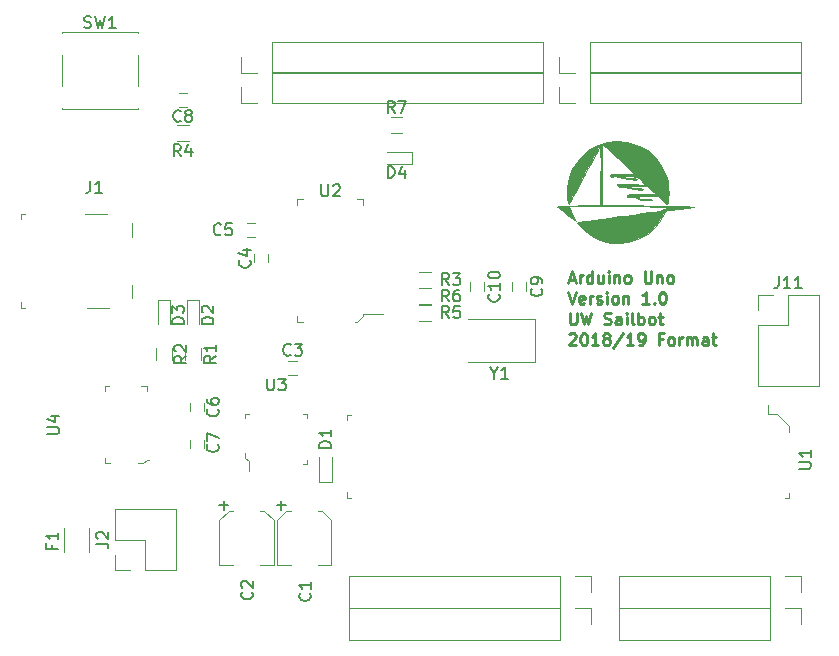
<source format=gbr>
G04 #@! TF.GenerationSoftware,KiCad,Pcbnew,(5.0.1)-4*
G04 #@! TF.CreationDate,2018-11-20T23:07:17-05:00*
G04 #@! TF.ProjectId,Custom Arduino,437573746F6D2041726475696E6F2E6B,rev?*
G04 #@! TF.SameCoordinates,Original*
G04 #@! TF.FileFunction,Legend,Top*
G04 #@! TF.FilePolarity,Positive*
%FSLAX46Y46*%
G04 Gerber Fmt 4.6, Leading zero omitted, Abs format (unit mm)*
G04 Created by KiCad (PCBNEW (5.0.1)-4) date 2018-11-20 11:07:17 PM*
%MOMM*%
%LPD*%
G01*
G04 APERTURE LIST*
%ADD10C,0.250000*%
%ADD11C,0.100000*%
%ADD12C,0.120000*%
%ADD13C,0.010000*%
%ADD14C,0.150000*%
G04 APERTURE END LIST*
D10*
X145227976Y-81616666D02*
X145704166Y-81616666D01*
X145132738Y-81902380D02*
X145466071Y-80902380D01*
X145799404Y-81902380D01*
X146132738Y-81902380D02*
X146132738Y-81235714D01*
X146132738Y-81426190D02*
X146180357Y-81330952D01*
X146227976Y-81283333D01*
X146323214Y-81235714D01*
X146418452Y-81235714D01*
X147180357Y-81902380D02*
X147180357Y-80902380D01*
X147180357Y-81854761D02*
X147085119Y-81902380D01*
X146894642Y-81902380D01*
X146799404Y-81854761D01*
X146751785Y-81807142D01*
X146704166Y-81711904D01*
X146704166Y-81426190D01*
X146751785Y-81330952D01*
X146799404Y-81283333D01*
X146894642Y-81235714D01*
X147085119Y-81235714D01*
X147180357Y-81283333D01*
X148085119Y-81235714D02*
X148085119Y-81902380D01*
X147656547Y-81235714D02*
X147656547Y-81759523D01*
X147704166Y-81854761D01*
X147799404Y-81902380D01*
X147942261Y-81902380D01*
X148037500Y-81854761D01*
X148085119Y-81807142D01*
X148561309Y-81902380D02*
X148561309Y-81235714D01*
X148561309Y-80902380D02*
X148513690Y-80950000D01*
X148561309Y-80997619D01*
X148608928Y-80950000D01*
X148561309Y-80902380D01*
X148561309Y-80997619D01*
X149037500Y-81235714D02*
X149037500Y-81902380D01*
X149037500Y-81330952D02*
X149085119Y-81283333D01*
X149180357Y-81235714D01*
X149323214Y-81235714D01*
X149418452Y-81283333D01*
X149466071Y-81378571D01*
X149466071Y-81902380D01*
X150085119Y-81902380D02*
X149989880Y-81854761D01*
X149942261Y-81807142D01*
X149894642Y-81711904D01*
X149894642Y-81426190D01*
X149942261Y-81330952D01*
X149989880Y-81283333D01*
X150085119Y-81235714D01*
X150227976Y-81235714D01*
X150323214Y-81283333D01*
X150370833Y-81330952D01*
X150418452Y-81426190D01*
X150418452Y-81711904D01*
X150370833Y-81807142D01*
X150323214Y-81854761D01*
X150227976Y-81902380D01*
X150085119Y-81902380D01*
X151608928Y-80902380D02*
X151608928Y-81711904D01*
X151656547Y-81807142D01*
X151704166Y-81854761D01*
X151799404Y-81902380D01*
X151989880Y-81902380D01*
X152085119Y-81854761D01*
X152132738Y-81807142D01*
X152180357Y-81711904D01*
X152180357Y-80902380D01*
X152656547Y-81235714D02*
X152656547Y-81902380D01*
X152656547Y-81330952D02*
X152704166Y-81283333D01*
X152799404Y-81235714D01*
X152942261Y-81235714D01*
X153037500Y-81283333D01*
X153085119Y-81378571D01*
X153085119Y-81902380D01*
X153704166Y-81902380D02*
X153608928Y-81854761D01*
X153561309Y-81807142D01*
X153513690Y-81711904D01*
X153513690Y-81426190D01*
X153561309Y-81330952D01*
X153608928Y-81283333D01*
X153704166Y-81235714D01*
X153847023Y-81235714D01*
X153942261Y-81283333D01*
X153989880Y-81330952D01*
X154037500Y-81426190D01*
X154037500Y-81711904D01*
X153989880Y-81807142D01*
X153942261Y-81854761D01*
X153847023Y-81902380D01*
X153704166Y-81902380D01*
X145132738Y-82652380D02*
X145466071Y-83652380D01*
X145799404Y-82652380D01*
X146513690Y-83604761D02*
X146418452Y-83652380D01*
X146227976Y-83652380D01*
X146132738Y-83604761D01*
X146085119Y-83509523D01*
X146085119Y-83128571D01*
X146132738Y-83033333D01*
X146227976Y-82985714D01*
X146418452Y-82985714D01*
X146513690Y-83033333D01*
X146561309Y-83128571D01*
X146561309Y-83223809D01*
X146085119Y-83319047D01*
X146989880Y-83652380D02*
X146989880Y-82985714D01*
X146989880Y-83176190D02*
X147037500Y-83080952D01*
X147085119Y-83033333D01*
X147180357Y-82985714D01*
X147275595Y-82985714D01*
X147561309Y-83604761D02*
X147656547Y-83652380D01*
X147847023Y-83652380D01*
X147942261Y-83604761D01*
X147989880Y-83509523D01*
X147989880Y-83461904D01*
X147942261Y-83366666D01*
X147847023Y-83319047D01*
X147704166Y-83319047D01*
X147608928Y-83271428D01*
X147561309Y-83176190D01*
X147561309Y-83128571D01*
X147608928Y-83033333D01*
X147704166Y-82985714D01*
X147847023Y-82985714D01*
X147942261Y-83033333D01*
X148418452Y-83652380D02*
X148418452Y-82985714D01*
X148418452Y-82652380D02*
X148370833Y-82700000D01*
X148418452Y-82747619D01*
X148466071Y-82700000D01*
X148418452Y-82652380D01*
X148418452Y-82747619D01*
X149037500Y-83652380D02*
X148942261Y-83604761D01*
X148894642Y-83557142D01*
X148847023Y-83461904D01*
X148847023Y-83176190D01*
X148894642Y-83080952D01*
X148942261Y-83033333D01*
X149037500Y-82985714D01*
X149180357Y-82985714D01*
X149275595Y-83033333D01*
X149323214Y-83080952D01*
X149370833Y-83176190D01*
X149370833Y-83461904D01*
X149323214Y-83557142D01*
X149275595Y-83604761D01*
X149180357Y-83652380D01*
X149037500Y-83652380D01*
X149799404Y-82985714D02*
X149799404Y-83652380D01*
X149799404Y-83080952D02*
X149847023Y-83033333D01*
X149942261Y-82985714D01*
X150085119Y-82985714D01*
X150180357Y-83033333D01*
X150227976Y-83128571D01*
X150227976Y-83652380D01*
X151989880Y-83652380D02*
X151418452Y-83652380D01*
X151704166Y-83652380D02*
X151704166Y-82652380D01*
X151608928Y-82795238D01*
X151513690Y-82890476D01*
X151418452Y-82938095D01*
X152418452Y-83557142D02*
X152466071Y-83604761D01*
X152418452Y-83652380D01*
X152370833Y-83604761D01*
X152418452Y-83557142D01*
X152418452Y-83652380D01*
X153085119Y-82652380D02*
X153180357Y-82652380D01*
X153275595Y-82700000D01*
X153323214Y-82747619D01*
X153370833Y-82842857D01*
X153418452Y-83033333D01*
X153418452Y-83271428D01*
X153370833Y-83461904D01*
X153323214Y-83557142D01*
X153275595Y-83604761D01*
X153180357Y-83652380D01*
X153085119Y-83652380D01*
X152989880Y-83604761D01*
X152942261Y-83557142D01*
X152894642Y-83461904D01*
X152847023Y-83271428D01*
X152847023Y-83033333D01*
X152894642Y-82842857D01*
X152942261Y-82747619D01*
X152989880Y-82700000D01*
X153085119Y-82652380D01*
X145275595Y-84402380D02*
X145275595Y-85211904D01*
X145323214Y-85307142D01*
X145370833Y-85354761D01*
X145466071Y-85402380D01*
X145656547Y-85402380D01*
X145751785Y-85354761D01*
X145799404Y-85307142D01*
X145847023Y-85211904D01*
X145847023Y-84402380D01*
X146227976Y-84402380D02*
X146466071Y-85402380D01*
X146656547Y-84688095D01*
X146847023Y-85402380D01*
X147085119Y-84402380D01*
X148180357Y-85354761D02*
X148323214Y-85402380D01*
X148561309Y-85402380D01*
X148656547Y-85354761D01*
X148704166Y-85307142D01*
X148751785Y-85211904D01*
X148751785Y-85116666D01*
X148704166Y-85021428D01*
X148656547Y-84973809D01*
X148561309Y-84926190D01*
X148370833Y-84878571D01*
X148275595Y-84830952D01*
X148227976Y-84783333D01*
X148180357Y-84688095D01*
X148180357Y-84592857D01*
X148227976Y-84497619D01*
X148275595Y-84450000D01*
X148370833Y-84402380D01*
X148608928Y-84402380D01*
X148751785Y-84450000D01*
X149608928Y-85402380D02*
X149608928Y-84878571D01*
X149561309Y-84783333D01*
X149466071Y-84735714D01*
X149275595Y-84735714D01*
X149180357Y-84783333D01*
X149608928Y-85354761D02*
X149513690Y-85402380D01*
X149275595Y-85402380D01*
X149180357Y-85354761D01*
X149132738Y-85259523D01*
X149132738Y-85164285D01*
X149180357Y-85069047D01*
X149275595Y-85021428D01*
X149513690Y-85021428D01*
X149608928Y-84973809D01*
X150085119Y-85402380D02*
X150085119Y-84735714D01*
X150085119Y-84402380D02*
X150037500Y-84450000D01*
X150085119Y-84497619D01*
X150132738Y-84450000D01*
X150085119Y-84402380D01*
X150085119Y-84497619D01*
X150704166Y-85402380D02*
X150608928Y-85354761D01*
X150561309Y-85259523D01*
X150561309Y-84402380D01*
X151085119Y-85402380D02*
X151085119Y-84402380D01*
X151085119Y-84783333D02*
X151180357Y-84735714D01*
X151370833Y-84735714D01*
X151466071Y-84783333D01*
X151513690Y-84830952D01*
X151561309Y-84926190D01*
X151561309Y-85211904D01*
X151513690Y-85307142D01*
X151466071Y-85354761D01*
X151370833Y-85402380D01*
X151180357Y-85402380D01*
X151085119Y-85354761D01*
X152132738Y-85402380D02*
X152037500Y-85354761D01*
X151989880Y-85307142D01*
X151942261Y-85211904D01*
X151942261Y-84926190D01*
X151989880Y-84830952D01*
X152037500Y-84783333D01*
X152132738Y-84735714D01*
X152275595Y-84735714D01*
X152370833Y-84783333D01*
X152418452Y-84830952D01*
X152466071Y-84926190D01*
X152466071Y-85211904D01*
X152418452Y-85307142D01*
X152370833Y-85354761D01*
X152275595Y-85402380D01*
X152132738Y-85402380D01*
X152751785Y-84735714D02*
X153132738Y-84735714D01*
X152894642Y-84402380D02*
X152894642Y-85259523D01*
X152942261Y-85354761D01*
X153037500Y-85402380D01*
X153132738Y-85402380D01*
X145227976Y-86247619D02*
X145275595Y-86200000D01*
X145370833Y-86152380D01*
X145608928Y-86152380D01*
X145704166Y-86200000D01*
X145751785Y-86247619D01*
X145799404Y-86342857D01*
X145799404Y-86438095D01*
X145751785Y-86580952D01*
X145180357Y-87152380D01*
X145799404Y-87152380D01*
X146418452Y-86152380D02*
X146513690Y-86152380D01*
X146608928Y-86200000D01*
X146656547Y-86247619D01*
X146704166Y-86342857D01*
X146751785Y-86533333D01*
X146751785Y-86771428D01*
X146704166Y-86961904D01*
X146656547Y-87057142D01*
X146608928Y-87104761D01*
X146513690Y-87152380D01*
X146418452Y-87152380D01*
X146323214Y-87104761D01*
X146275595Y-87057142D01*
X146227976Y-86961904D01*
X146180357Y-86771428D01*
X146180357Y-86533333D01*
X146227976Y-86342857D01*
X146275595Y-86247619D01*
X146323214Y-86200000D01*
X146418452Y-86152380D01*
X147704166Y-87152380D02*
X147132738Y-87152380D01*
X147418452Y-87152380D02*
X147418452Y-86152380D01*
X147323214Y-86295238D01*
X147227976Y-86390476D01*
X147132738Y-86438095D01*
X148275595Y-86580952D02*
X148180357Y-86533333D01*
X148132738Y-86485714D01*
X148085119Y-86390476D01*
X148085119Y-86342857D01*
X148132738Y-86247619D01*
X148180357Y-86200000D01*
X148275595Y-86152380D01*
X148466071Y-86152380D01*
X148561309Y-86200000D01*
X148608928Y-86247619D01*
X148656547Y-86342857D01*
X148656547Y-86390476D01*
X148608928Y-86485714D01*
X148561309Y-86533333D01*
X148466071Y-86580952D01*
X148275595Y-86580952D01*
X148180357Y-86628571D01*
X148132738Y-86676190D01*
X148085119Y-86771428D01*
X148085119Y-86961904D01*
X148132738Y-87057142D01*
X148180357Y-87104761D01*
X148275595Y-87152380D01*
X148466071Y-87152380D01*
X148561309Y-87104761D01*
X148608928Y-87057142D01*
X148656547Y-86961904D01*
X148656547Y-86771428D01*
X148608928Y-86676190D01*
X148561309Y-86628571D01*
X148466071Y-86580952D01*
X149799404Y-86104761D02*
X148942261Y-87390476D01*
X150656547Y-87152380D02*
X150085119Y-87152380D01*
X150370833Y-87152380D02*
X150370833Y-86152380D01*
X150275595Y-86295238D01*
X150180357Y-86390476D01*
X150085119Y-86438095D01*
X151132738Y-87152380D02*
X151323214Y-87152380D01*
X151418452Y-87104761D01*
X151466071Y-87057142D01*
X151561309Y-86914285D01*
X151608928Y-86723809D01*
X151608928Y-86342857D01*
X151561309Y-86247619D01*
X151513690Y-86200000D01*
X151418452Y-86152380D01*
X151227976Y-86152380D01*
X151132738Y-86200000D01*
X151085119Y-86247619D01*
X151037500Y-86342857D01*
X151037500Y-86580952D01*
X151085119Y-86676190D01*
X151132738Y-86723809D01*
X151227976Y-86771428D01*
X151418452Y-86771428D01*
X151513690Y-86723809D01*
X151561309Y-86676190D01*
X151608928Y-86580952D01*
X153132738Y-86628571D02*
X152799404Y-86628571D01*
X152799404Y-87152380D02*
X152799404Y-86152380D01*
X153275595Y-86152380D01*
X153799404Y-87152380D02*
X153704166Y-87104761D01*
X153656547Y-87057142D01*
X153608928Y-86961904D01*
X153608928Y-86676190D01*
X153656547Y-86580952D01*
X153704166Y-86533333D01*
X153799404Y-86485714D01*
X153942261Y-86485714D01*
X154037500Y-86533333D01*
X154085119Y-86580952D01*
X154132738Y-86676190D01*
X154132738Y-86961904D01*
X154085119Y-87057142D01*
X154037500Y-87104761D01*
X153942261Y-87152380D01*
X153799404Y-87152380D01*
X154561309Y-87152380D02*
X154561309Y-86485714D01*
X154561309Y-86676190D02*
X154608928Y-86580952D01*
X154656547Y-86533333D01*
X154751785Y-86485714D01*
X154847023Y-86485714D01*
X155180357Y-87152380D02*
X155180357Y-86485714D01*
X155180357Y-86580952D02*
X155227976Y-86533333D01*
X155323214Y-86485714D01*
X155466071Y-86485714D01*
X155561309Y-86533333D01*
X155608928Y-86628571D01*
X155608928Y-87152380D01*
X155608928Y-86628571D02*
X155656547Y-86533333D01*
X155751785Y-86485714D01*
X155894642Y-86485714D01*
X155989880Y-86533333D01*
X156037500Y-86628571D01*
X156037500Y-87152380D01*
X156942261Y-87152380D02*
X156942261Y-86628571D01*
X156894642Y-86533333D01*
X156799404Y-86485714D01*
X156608928Y-86485714D01*
X156513690Y-86533333D01*
X156942261Y-87104761D02*
X156847023Y-87152380D01*
X156608928Y-87152380D01*
X156513690Y-87104761D01*
X156466071Y-87009523D01*
X156466071Y-86914285D01*
X156513690Y-86819047D01*
X156608928Y-86771428D01*
X156847023Y-86771428D01*
X156942261Y-86723809D01*
X157275595Y-86485714D02*
X157656547Y-86485714D01*
X157418452Y-86152380D02*
X157418452Y-87009523D01*
X157466071Y-87104761D01*
X157561309Y-87152380D01*
X157656547Y-87152380D01*
D11*
G04 #@! TO.C,U4*
X108675000Y-97175000D02*
X109150000Y-97175000D01*
X109150000Y-97175000D02*
X109475000Y-96875000D01*
X109475000Y-96875000D02*
X109670000Y-96875000D01*
X109000000Y-90625000D02*
X109475000Y-90625000D01*
X109475000Y-90625000D02*
X109475000Y-91075000D01*
X105925000Y-96675000D02*
X105925000Y-97175000D01*
X105925000Y-97175000D02*
X106325000Y-97175000D01*
X105925000Y-91000000D02*
X105925000Y-90625000D01*
X105925000Y-90625000D02*
X106225000Y-90625000D01*
D12*
G04 #@! TO.C,J3*
X126610000Y-106730000D02*
X126610000Y-109390000D01*
X144450000Y-106730000D02*
X126610000Y-106730000D01*
X144450000Y-109390000D02*
X126610000Y-109390000D01*
X144450000Y-106730000D02*
X144450000Y-109390000D01*
X145720000Y-106730000D02*
X147050000Y-106730000D01*
X147050000Y-106730000D02*
X147050000Y-108060000D01*
G04 #@! TO.C,C1*
X124320000Y-101210000D02*
X123920000Y-101210000D01*
X125090000Y-105790000D02*
X123920000Y-105790000D01*
X120510000Y-105790000D02*
X121680000Y-105790000D01*
X121280000Y-101210000D02*
X121680000Y-101210000D01*
X120510000Y-101980000D02*
X120510000Y-105790000D01*
X120510000Y-101980000D02*
X121280000Y-101210000D01*
X125090000Y-101980000D02*
X125090000Y-105790000D01*
X125090000Y-101980000D02*
X124320000Y-101210000D01*
G04 #@! TO.C,C2*
X119420000Y-101210000D02*
X119020000Y-101210000D01*
X120190000Y-105790000D02*
X119020000Y-105790000D01*
X115610000Y-105790000D02*
X116780000Y-105790000D01*
X116380000Y-101210000D02*
X116780000Y-101210000D01*
X115610000Y-101980000D02*
X115610000Y-105790000D01*
X115610000Y-101980000D02*
X116380000Y-101210000D01*
X120190000Y-101980000D02*
X120190000Y-105790000D01*
X120190000Y-101980000D02*
X119420000Y-101210000D01*
G04 #@! TO.C,C3*
X122150000Y-89700000D02*
X121450000Y-89700000D01*
X121450000Y-88500000D02*
X122150000Y-88500000D01*
G04 #@! TO.C,C4*
X119700000Y-79450000D02*
X119700000Y-80150000D01*
X118500000Y-80150000D02*
X118500000Y-79450000D01*
G04 #@! TO.C,C5*
X118650000Y-78000000D02*
X117950000Y-78000000D01*
X117950000Y-76800000D02*
X118650000Y-76800000D01*
G04 #@! TO.C,C6*
X113100000Y-92750000D02*
X113100000Y-92050000D01*
X114300000Y-92050000D02*
X114300000Y-92750000D01*
G04 #@! TO.C,C7*
X114300000Y-95150000D02*
X114300000Y-95850000D01*
X113100000Y-95850000D02*
X113100000Y-95150000D01*
G04 #@! TO.C,C8*
X112850000Y-67000000D02*
X112150000Y-67000000D01*
X112150000Y-65800000D02*
X112850000Y-65800000D01*
G04 #@! TO.C,C9*
X140400000Y-82550000D02*
X140400000Y-81850000D01*
X141600000Y-81850000D02*
X141600000Y-82550000D01*
G04 #@! TO.C,C10*
X136800000Y-82550000D02*
X136800000Y-81850000D01*
X138000000Y-81850000D02*
X138000000Y-82550000D01*
G04 #@! TO.C,D1*
X124030000Y-98700000D02*
X125170000Y-98700000D01*
X125170000Y-98700000D02*
X125170000Y-96600000D01*
X124030000Y-98700000D02*
X124030000Y-96600000D01*
G04 #@! TO.C,D2*
X113900000Y-83300000D02*
X112900000Y-83300000D01*
X112900000Y-83300000D02*
X112900000Y-85400000D01*
X113900000Y-83300000D02*
X113900000Y-85400000D01*
G04 #@! TO.C,D3*
X111400000Y-83300000D02*
X110400000Y-83300000D01*
X110400000Y-83300000D02*
X110400000Y-85400000D01*
X111400000Y-83300000D02*
X111400000Y-85400000D01*
G04 #@! TO.C,D4*
X131900000Y-71800000D02*
X131900000Y-70800000D01*
X131900000Y-70800000D02*
X129800000Y-70800000D01*
X131900000Y-71800000D02*
X129800000Y-71800000D01*
G04 #@! TO.C,F1*
X104575000Y-102632000D02*
X104575000Y-104632000D01*
X102435000Y-104632000D02*
X102435000Y-102632000D01*
D11*
G04 #@! TO.C,J1*
X108225000Y-78025000D02*
X108225000Y-76800000D01*
X108225000Y-83150000D02*
X108225000Y-82075000D01*
X106125000Y-76025000D02*
X104250000Y-76025000D01*
X104400000Y-83975000D02*
X106275000Y-83975000D01*
X99100000Y-83975000D02*
X99175000Y-83975000D01*
X99100000Y-83975000D02*
X98775000Y-83975000D01*
X98775000Y-83975000D02*
X98775000Y-83475000D01*
X99075000Y-76025000D02*
X99150000Y-76025000D01*
X99075000Y-76025000D02*
X98775000Y-76025000D01*
X98775000Y-76025000D02*
X98775000Y-76450000D01*
D12*
G04 #@! TO.C,J2*
X111947000Y-106232000D02*
X111947000Y-101032000D01*
X109347000Y-106232000D02*
X111947000Y-106232000D01*
X106747000Y-101032000D02*
X111947000Y-101032000D01*
X109347000Y-106232000D02*
X109347000Y-103632000D01*
X109347000Y-103632000D02*
X106747000Y-103632000D01*
X106747000Y-103632000D02*
X106747000Y-101032000D01*
X108077000Y-106232000D02*
X106747000Y-106232000D01*
X106747000Y-106232000D02*
X106747000Y-104902000D01*
G04 #@! TO.C,J4*
X149470000Y-106730000D02*
X149470000Y-109390000D01*
X162230000Y-106730000D02*
X149470000Y-106730000D01*
X162230000Y-109390000D02*
X149470000Y-109390000D01*
X162230000Y-106730000D02*
X162230000Y-109390000D01*
X163500000Y-106730000D02*
X164830000Y-106730000D01*
X164830000Y-106730000D02*
X164830000Y-108060000D01*
G04 #@! TO.C,J5*
X142986000Y-66670000D02*
X142986000Y-64010000D01*
X120066000Y-66670000D02*
X142986000Y-66670000D01*
X120066000Y-64010000D02*
X142986000Y-64010000D01*
X120066000Y-66670000D02*
X120066000Y-64010000D01*
X118796000Y-66670000D02*
X117466000Y-66670000D01*
X117466000Y-66670000D02*
X117466000Y-65340000D01*
G04 #@! TO.C,J6*
X164830000Y-66670000D02*
X164830000Y-64010000D01*
X146990000Y-66670000D02*
X164830000Y-66670000D01*
X146990000Y-64010000D02*
X164830000Y-64010000D01*
X146990000Y-66670000D02*
X146990000Y-64010000D01*
X145720000Y-66670000D02*
X144390000Y-66670000D01*
X144390000Y-66670000D02*
X144390000Y-65340000D01*
G04 #@! TO.C,J7*
X126610000Y-109430000D02*
X126610000Y-112090000D01*
X144450000Y-109430000D02*
X126610000Y-109430000D01*
X144450000Y-112090000D02*
X126610000Y-112090000D01*
X144450000Y-109430000D02*
X144450000Y-112090000D01*
X145720000Y-109430000D02*
X147050000Y-109430000D01*
X147050000Y-109430000D02*
X147050000Y-110760000D01*
G04 #@! TO.C,J8*
X149470000Y-109430000D02*
X149470000Y-112090000D01*
X162230000Y-109430000D02*
X149470000Y-109430000D01*
X162230000Y-112090000D02*
X149470000Y-112090000D01*
X162230000Y-109430000D02*
X162230000Y-112090000D01*
X163500000Y-109430000D02*
X164830000Y-109430000D01*
X164830000Y-109430000D02*
X164830000Y-110760000D01*
G04 #@! TO.C,J9*
X142986000Y-64130000D02*
X142986000Y-61470000D01*
X120066000Y-64130000D02*
X142986000Y-64130000D01*
X120066000Y-61470000D02*
X142986000Y-61470000D01*
X120066000Y-64130000D02*
X120066000Y-61470000D01*
X118796000Y-64130000D02*
X117466000Y-64130000D01*
X117466000Y-64130000D02*
X117466000Y-62800000D01*
G04 #@! TO.C,J10*
X164830000Y-64130000D02*
X164830000Y-61470000D01*
X146990000Y-64130000D02*
X164830000Y-64130000D01*
X146990000Y-61470000D02*
X164830000Y-61470000D01*
X146990000Y-64130000D02*
X146990000Y-61470000D01*
X145720000Y-64130000D02*
X144390000Y-64130000D01*
X144390000Y-64130000D02*
X144390000Y-62800000D01*
G04 #@! TO.C,J11*
X161170000Y-90610000D02*
X166370000Y-90610000D01*
X161170000Y-85470000D02*
X161170000Y-90610000D01*
X166370000Y-82870000D02*
X166370000Y-90610000D01*
X161170000Y-85470000D02*
X163770000Y-85470000D01*
X163770000Y-85470000D02*
X163770000Y-82870000D01*
X163770000Y-82870000D02*
X166370000Y-82870000D01*
X161170000Y-84200000D02*
X161170000Y-82870000D01*
X161170000Y-82870000D02*
X162500000Y-82870000D01*
G04 #@! TO.C,R1*
X112720000Y-88400000D02*
X112720000Y-87400000D01*
X114080000Y-87400000D02*
X114080000Y-88400000D01*
G04 #@! TO.C,R2*
X110220000Y-88400000D02*
X110220000Y-87400000D01*
X111580000Y-87400000D02*
X111580000Y-88400000D01*
G04 #@! TO.C,R3*
X133500000Y-82280000D02*
X132500000Y-82280000D01*
X132500000Y-80920000D02*
X133500000Y-80920000D01*
G04 #@! TO.C,R4*
X113000000Y-69880000D02*
X112000000Y-69880000D01*
X112000000Y-68520000D02*
X113000000Y-68520000D01*
G04 #@! TO.C,R5*
X132500000Y-83720000D02*
X133500000Y-83720000D01*
X133500000Y-85080000D02*
X132500000Y-85080000D01*
G04 #@! TO.C,R6*
X133500000Y-83680000D02*
X132500000Y-83680000D01*
X132500000Y-82320000D02*
X133500000Y-82320000D01*
G04 #@! TO.C,R7*
X131100000Y-69180000D02*
X130100000Y-69180000D01*
X130100000Y-67820000D02*
X131100000Y-67820000D01*
G04 #@! TO.C,SW1*
X108730000Y-60670000D02*
X108730000Y-60700000D01*
X108730000Y-67130000D02*
X108730000Y-67100000D01*
X102270000Y-67130000D02*
X102270000Y-67100000D01*
X102270000Y-60700000D02*
X102270000Y-60670000D01*
X108730000Y-62600000D02*
X108730000Y-65200000D01*
X102270000Y-60670000D02*
X108730000Y-60670000D01*
X102270000Y-62600000D02*
X102270000Y-65200000D01*
X102270000Y-67130000D02*
X108730000Y-67130000D01*
D11*
G04 #@! TO.C,U1*
X126770000Y-100100000D02*
X126370000Y-100100000D01*
X126370000Y-100100000D02*
X126370000Y-99600000D01*
X126770000Y-93100000D02*
X126370000Y-93100000D01*
X126370000Y-93100000D02*
X126370000Y-93500000D01*
X162060000Y-93000000D02*
X162060000Y-92200000D01*
X163860000Y-94500000D02*
X163860000Y-94000000D01*
X163860000Y-94000000D02*
X162860000Y-93000000D01*
X162860000Y-93000000D02*
X162060000Y-93000000D01*
X163460000Y-100080000D02*
X163860000Y-100080000D01*
X163860000Y-100080000D02*
X163860000Y-99680000D01*
G04 #@! TO.C,U2*
X127050000Y-85200000D02*
X127225000Y-85200000D01*
X127225000Y-85200000D02*
X127750000Y-84675000D01*
X127750000Y-84675000D02*
X127750000Y-84525000D01*
X127750000Y-84525000D02*
X129425000Y-84525000D01*
X122200000Y-85200000D02*
X122700000Y-85200000D01*
X122200000Y-85200000D02*
X122200000Y-84700000D01*
X122200000Y-74800000D02*
X122700000Y-74800000D01*
X122200000Y-74800000D02*
X122200000Y-75300000D01*
X127800000Y-74800000D02*
X127300000Y-74800000D01*
X127800000Y-74800000D02*
X127800000Y-75300000D01*
G04 #@! TO.C,U3*
X117800000Y-96300000D02*
X117800000Y-96700000D01*
X117800000Y-96700000D02*
X118100000Y-97000000D01*
X118100000Y-97000000D02*
X118100000Y-97800000D01*
X122700000Y-97200000D02*
X123000000Y-97200000D01*
X123000000Y-97200000D02*
X123000000Y-96900000D01*
X118100000Y-93000000D02*
X117800000Y-93000000D01*
X117800000Y-93000000D02*
X117800000Y-93300000D01*
X122700000Y-93000000D02*
X123000000Y-93000000D01*
X123000000Y-93000000D02*
X123000000Y-93300000D01*
D12*
G04 #@! TO.C,Y1*
X136619000Y-88541000D02*
X142369000Y-88541000D01*
X142369000Y-88541000D02*
X142369000Y-84941000D01*
X142369000Y-84941000D02*
X136619000Y-84941000D01*
D13*
G04 #@! TO.C,G\002A\002A\002A*
G36*
X150102647Y-69954484D02*
X150913514Y-70171542D01*
X151406148Y-70385998D01*
X151942589Y-70737601D01*
X152451630Y-71218881D01*
X152903415Y-71790198D01*
X153268086Y-72411914D01*
X153515787Y-73044389D01*
X153568445Y-73256717D01*
X153606675Y-73530223D01*
X153629332Y-73877084D01*
X153636912Y-74254168D01*
X153629908Y-74618342D01*
X153608813Y-74926474D01*
X153574123Y-75135432D01*
X153546231Y-75196038D01*
X153457227Y-75176086D01*
X153287313Y-75062415D01*
X153103623Y-74906712D01*
X152722783Y-74555666D01*
X151863858Y-74555666D01*
X151478205Y-74557954D01*
X151236269Y-74567926D01*
X151112462Y-74590242D01*
X151081194Y-74629563D01*
X151116876Y-74690548D01*
X151117713Y-74691559D01*
X151231236Y-74771192D01*
X151424292Y-74801710D01*
X151720747Y-74791989D01*
X151982796Y-74783776D01*
X152160685Y-74798755D01*
X152211000Y-74825430D01*
X152134331Y-74862784D01*
X151936143Y-74887806D01*
X151734160Y-74894333D01*
X151310760Y-74854527D01*
X150987015Y-74727182D01*
X150975969Y-74720448D01*
X150706940Y-74599947D01*
X150431809Y-74596594D01*
X150386152Y-74604432D01*
X150185137Y-74631624D01*
X150106668Y-74600586D01*
X150107176Y-74511156D01*
X150132123Y-74452109D01*
X150197276Y-74411433D01*
X150328581Y-74386354D01*
X150551987Y-74374096D01*
X150893440Y-74371888D01*
X151364333Y-74376754D01*
X152592000Y-74393499D01*
X151830000Y-73716219D01*
X151025666Y-73713906D01*
X150631442Y-73719397D01*
X150401128Y-73739003D01*
X150329844Y-73773299D01*
X150348333Y-73793666D01*
X150499553Y-73839128D01*
X150754870Y-73869494D01*
X150962166Y-73877036D01*
X151223733Y-73889122D01*
X151400449Y-73919087D01*
X151449000Y-73950571D01*
X151374478Y-73991469D01*
X151182171Y-73998026D01*
X150918964Y-73975360D01*
X150631744Y-73928588D01*
X150367398Y-73862829D01*
X150245995Y-73819264D01*
X149941825Y-73736453D01*
X149681880Y-73736457D01*
X149432098Y-73732987D01*
X149329350Y-73663073D01*
X149283713Y-73607457D01*
X149269205Y-73568329D01*
X149308445Y-73543286D01*
X149424053Y-73529926D01*
X149638648Y-73525848D01*
X149974849Y-73528650D01*
X150455275Y-73535930D01*
X150517666Y-73536897D01*
X151660666Y-73554545D01*
X151325983Y-73208439D01*
X151147484Y-73030816D01*
X151003217Y-72927546D01*
X150837407Y-72878466D01*
X150594278Y-72863417D01*
X150368486Y-72862333D01*
X150032944Y-72872796D01*
X149838891Y-72902804D01*
X149798000Y-72947000D01*
X149903783Y-72990698D01*
X150128284Y-73021275D01*
X150395663Y-73031666D01*
X150674500Y-73041419D01*
X150871086Y-73066920D01*
X150941000Y-73100569D01*
X150866296Y-73138671D01*
X150674611Y-73146620D01*
X150414587Y-73129525D01*
X150134865Y-73092491D01*
X149884087Y-73040627D01*
X149710892Y-72979039D01*
X149695381Y-72969784D01*
X149443929Y-72885592D01*
X149103958Y-72875632D01*
X148845324Y-72880842D01*
X148714004Y-72842109D01*
X148674727Y-72772936D01*
X148682945Y-72717935D01*
X148750565Y-72682473D01*
X148903451Y-72663937D01*
X149167467Y-72659716D01*
X149568477Y-72667195D01*
X149689123Y-72670473D01*
X150729333Y-72699741D01*
X149417000Y-71428475D01*
X149028318Y-71054646D01*
X148679341Y-70724111D01*
X148388618Y-70454025D01*
X148174703Y-70261545D01*
X148056148Y-70163824D01*
X148039925Y-70155104D01*
X148024484Y-70235788D01*
X148011815Y-70465204D01*
X148002260Y-70822768D01*
X147996158Y-71287897D01*
X147993850Y-71840007D01*
X147995677Y-72458514D01*
X147997591Y-72714166D01*
X148020000Y-75275333D01*
X151152666Y-75327111D01*
X151902269Y-75339771D01*
X152630457Y-75352575D01*
X153312053Y-75365044D01*
X153921880Y-75376698D01*
X154434762Y-75387056D01*
X154825520Y-75395641D01*
X155047333Y-75401315D01*
X155809333Y-75423742D01*
X155089666Y-75528248D01*
X154680708Y-75586324D01*
X154264429Y-75643312D01*
X153922487Y-75688062D01*
X153885007Y-75692740D01*
X153400014Y-75752724D01*
X153123007Y-76273653D01*
X152808863Y-76757292D01*
X152399908Y-77233476D01*
X151948229Y-77647001D01*
X151594576Y-77893589D01*
X150932254Y-78203426D01*
X150203928Y-78409099D01*
X149458088Y-78502856D01*
X148743225Y-78476942D01*
X148377369Y-78407997D01*
X147584306Y-78129178D01*
X146870861Y-77710165D01*
X146370454Y-77293535D01*
X146111900Y-77046048D01*
X145963173Y-76889409D01*
X145909848Y-76799417D01*
X145937502Y-76751874D01*
X146030333Y-76722897D01*
X146157730Y-76701730D01*
X146434370Y-76661407D01*
X146841561Y-76604473D01*
X147360610Y-76533474D01*
X147972822Y-76450957D01*
X148659505Y-76359469D01*
X149401966Y-76261556D01*
X149791094Y-76210616D01*
X150677060Y-76094160D01*
X151409446Y-75995538D01*
X152002730Y-75911825D01*
X152471388Y-75840099D01*
X152829897Y-75777437D01*
X153092735Y-75720916D01*
X153274378Y-75667613D01*
X153389304Y-75614604D01*
X153451988Y-75558966D01*
X153476909Y-75497777D01*
X153479703Y-75465833D01*
X153397998Y-75453277D01*
X153163152Y-75441546D01*
X152791354Y-75430887D01*
X152298794Y-75421548D01*
X151701664Y-75413777D01*
X151016154Y-75407823D01*
X150258454Y-75403933D01*
X149444754Y-75402355D01*
X149334428Y-75402333D01*
X145187857Y-75402333D01*
X145266322Y-75608710D01*
X145348879Y-75800656D01*
X145475709Y-76069633D01*
X145564167Y-76248014D01*
X145783547Y-76680940D01*
X144973440Y-76072025D01*
X144663556Y-75833880D01*
X144414963Y-75632800D01*
X144252550Y-75489651D01*
X144201208Y-75425299D01*
X144201537Y-75424907D01*
X144293743Y-75411124D01*
X144529994Y-75394180D01*
X144885057Y-75375360D01*
X145333703Y-75355949D01*
X145850701Y-75337232D01*
X146045203Y-75331018D01*
X147850666Y-75275333D01*
X147873121Y-72738278D01*
X147876845Y-72047371D01*
X147875272Y-71449065D01*
X147868728Y-70958333D01*
X147857537Y-70590149D01*
X147842023Y-70359488D01*
X147822512Y-70281323D01*
X147819878Y-70282945D01*
X147763051Y-70375999D01*
X147638453Y-70600270D01*
X147456314Y-70936676D01*
X147226863Y-71366133D01*
X146960331Y-71869560D01*
X146666948Y-72427874D01*
X146545955Y-72659253D01*
X146242417Y-73238506D01*
X145959569Y-73774441D01*
X145708081Y-74247138D01*
X145498623Y-74636680D01*
X145341865Y-74923148D01*
X145248477Y-75086622D01*
X145232092Y-75111985D01*
X145170174Y-75177392D01*
X145127407Y-75152014D01*
X145093437Y-75010943D01*
X145057910Y-74729270D01*
X145052533Y-74680065D01*
X145044674Y-73845716D01*
X145195457Y-73033196D01*
X145494195Y-72265316D01*
X145930199Y-71564883D01*
X146492781Y-70954707D01*
X146972635Y-70582456D01*
X147688896Y-70203214D01*
X148465726Y-69971410D01*
X149278513Y-69888137D01*
X150102647Y-69954484D01*
X150102647Y-69954484D01*
G37*
X150102647Y-69954484D02*
X150913514Y-70171542D01*
X151406148Y-70385998D01*
X151942589Y-70737601D01*
X152451630Y-71218881D01*
X152903415Y-71790198D01*
X153268086Y-72411914D01*
X153515787Y-73044389D01*
X153568445Y-73256717D01*
X153606675Y-73530223D01*
X153629332Y-73877084D01*
X153636912Y-74254168D01*
X153629908Y-74618342D01*
X153608813Y-74926474D01*
X153574123Y-75135432D01*
X153546231Y-75196038D01*
X153457227Y-75176086D01*
X153287313Y-75062415D01*
X153103623Y-74906712D01*
X152722783Y-74555666D01*
X151863858Y-74555666D01*
X151478205Y-74557954D01*
X151236269Y-74567926D01*
X151112462Y-74590242D01*
X151081194Y-74629563D01*
X151116876Y-74690548D01*
X151117713Y-74691559D01*
X151231236Y-74771192D01*
X151424292Y-74801710D01*
X151720747Y-74791989D01*
X151982796Y-74783776D01*
X152160685Y-74798755D01*
X152211000Y-74825430D01*
X152134331Y-74862784D01*
X151936143Y-74887806D01*
X151734160Y-74894333D01*
X151310760Y-74854527D01*
X150987015Y-74727182D01*
X150975969Y-74720448D01*
X150706940Y-74599947D01*
X150431809Y-74596594D01*
X150386152Y-74604432D01*
X150185137Y-74631624D01*
X150106668Y-74600586D01*
X150107176Y-74511156D01*
X150132123Y-74452109D01*
X150197276Y-74411433D01*
X150328581Y-74386354D01*
X150551987Y-74374096D01*
X150893440Y-74371888D01*
X151364333Y-74376754D01*
X152592000Y-74393499D01*
X151830000Y-73716219D01*
X151025666Y-73713906D01*
X150631442Y-73719397D01*
X150401128Y-73739003D01*
X150329844Y-73773299D01*
X150348333Y-73793666D01*
X150499553Y-73839128D01*
X150754870Y-73869494D01*
X150962166Y-73877036D01*
X151223733Y-73889122D01*
X151400449Y-73919087D01*
X151449000Y-73950571D01*
X151374478Y-73991469D01*
X151182171Y-73998026D01*
X150918964Y-73975360D01*
X150631744Y-73928588D01*
X150367398Y-73862829D01*
X150245995Y-73819264D01*
X149941825Y-73736453D01*
X149681880Y-73736457D01*
X149432098Y-73732987D01*
X149329350Y-73663073D01*
X149283713Y-73607457D01*
X149269205Y-73568329D01*
X149308445Y-73543286D01*
X149424053Y-73529926D01*
X149638648Y-73525848D01*
X149974849Y-73528650D01*
X150455275Y-73535930D01*
X150517666Y-73536897D01*
X151660666Y-73554545D01*
X151325983Y-73208439D01*
X151147484Y-73030816D01*
X151003217Y-72927546D01*
X150837407Y-72878466D01*
X150594278Y-72863417D01*
X150368486Y-72862333D01*
X150032944Y-72872796D01*
X149838891Y-72902804D01*
X149798000Y-72947000D01*
X149903783Y-72990698D01*
X150128284Y-73021275D01*
X150395663Y-73031666D01*
X150674500Y-73041419D01*
X150871086Y-73066920D01*
X150941000Y-73100569D01*
X150866296Y-73138671D01*
X150674611Y-73146620D01*
X150414587Y-73129525D01*
X150134865Y-73092491D01*
X149884087Y-73040627D01*
X149710892Y-72979039D01*
X149695381Y-72969784D01*
X149443929Y-72885592D01*
X149103958Y-72875632D01*
X148845324Y-72880842D01*
X148714004Y-72842109D01*
X148674727Y-72772936D01*
X148682945Y-72717935D01*
X148750565Y-72682473D01*
X148903451Y-72663937D01*
X149167467Y-72659716D01*
X149568477Y-72667195D01*
X149689123Y-72670473D01*
X150729333Y-72699741D01*
X149417000Y-71428475D01*
X149028318Y-71054646D01*
X148679341Y-70724111D01*
X148388618Y-70454025D01*
X148174703Y-70261545D01*
X148056148Y-70163824D01*
X148039925Y-70155104D01*
X148024484Y-70235788D01*
X148011815Y-70465204D01*
X148002260Y-70822768D01*
X147996158Y-71287897D01*
X147993850Y-71840007D01*
X147995677Y-72458514D01*
X147997591Y-72714166D01*
X148020000Y-75275333D01*
X151152666Y-75327111D01*
X151902269Y-75339771D01*
X152630457Y-75352575D01*
X153312053Y-75365044D01*
X153921880Y-75376698D01*
X154434762Y-75387056D01*
X154825520Y-75395641D01*
X155047333Y-75401315D01*
X155809333Y-75423742D01*
X155089666Y-75528248D01*
X154680708Y-75586324D01*
X154264429Y-75643312D01*
X153922487Y-75688062D01*
X153885007Y-75692740D01*
X153400014Y-75752724D01*
X153123007Y-76273653D01*
X152808863Y-76757292D01*
X152399908Y-77233476D01*
X151948229Y-77647001D01*
X151594576Y-77893589D01*
X150932254Y-78203426D01*
X150203928Y-78409099D01*
X149458088Y-78502856D01*
X148743225Y-78476942D01*
X148377369Y-78407997D01*
X147584306Y-78129178D01*
X146870861Y-77710165D01*
X146370454Y-77293535D01*
X146111900Y-77046048D01*
X145963173Y-76889409D01*
X145909848Y-76799417D01*
X145937502Y-76751874D01*
X146030333Y-76722897D01*
X146157730Y-76701730D01*
X146434370Y-76661407D01*
X146841561Y-76604473D01*
X147360610Y-76533474D01*
X147972822Y-76450957D01*
X148659505Y-76359469D01*
X149401966Y-76261556D01*
X149791094Y-76210616D01*
X150677060Y-76094160D01*
X151409446Y-75995538D01*
X152002730Y-75911825D01*
X152471388Y-75840099D01*
X152829897Y-75777437D01*
X153092735Y-75720916D01*
X153274378Y-75667613D01*
X153389304Y-75614604D01*
X153451988Y-75558966D01*
X153476909Y-75497777D01*
X153479703Y-75465833D01*
X153397998Y-75453277D01*
X153163152Y-75441546D01*
X152791354Y-75430887D01*
X152298794Y-75421548D01*
X151701664Y-75413777D01*
X151016154Y-75407823D01*
X150258454Y-75403933D01*
X149444754Y-75402355D01*
X149334428Y-75402333D01*
X145187857Y-75402333D01*
X145266322Y-75608710D01*
X145348879Y-75800656D01*
X145475709Y-76069633D01*
X145564167Y-76248014D01*
X145783547Y-76680940D01*
X144973440Y-76072025D01*
X144663556Y-75833880D01*
X144414963Y-75632800D01*
X144252550Y-75489651D01*
X144201208Y-75425299D01*
X144201537Y-75424907D01*
X144293743Y-75411124D01*
X144529994Y-75394180D01*
X144885057Y-75375360D01*
X145333703Y-75355949D01*
X145850701Y-75337232D01*
X146045203Y-75331018D01*
X147850666Y-75275333D01*
X147873121Y-72738278D01*
X147876845Y-72047371D01*
X147875272Y-71449065D01*
X147868728Y-70958333D01*
X147857537Y-70590149D01*
X147842023Y-70359488D01*
X147822512Y-70281323D01*
X147819878Y-70282945D01*
X147763051Y-70375999D01*
X147638453Y-70600270D01*
X147456314Y-70936676D01*
X147226863Y-71366133D01*
X146960331Y-71869560D01*
X146666948Y-72427874D01*
X146545955Y-72659253D01*
X146242417Y-73238506D01*
X145959569Y-73774441D01*
X145708081Y-74247138D01*
X145498623Y-74636680D01*
X145341865Y-74923148D01*
X145248477Y-75086622D01*
X145232092Y-75111985D01*
X145170174Y-75177392D01*
X145127407Y-75152014D01*
X145093437Y-75010943D01*
X145057910Y-74729270D01*
X145052533Y-74680065D01*
X145044674Y-73845716D01*
X145195457Y-73033196D01*
X145494195Y-72265316D01*
X145930199Y-71564883D01*
X146492781Y-70954707D01*
X146972635Y-70582456D01*
X147688896Y-70203214D01*
X148465726Y-69971410D01*
X149278513Y-69888137D01*
X150102647Y-69954484D01*
G04 #@! TO.C,U4*
D14*
X101052380Y-94661904D02*
X101861904Y-94661904D01*
X101957142Y-94614285D01*
X102004761Y-94566666D01*
X102052380Y-94471428D01*
X102052380Y-94280952D01*
X102004761Y-94185714D01*
X101957142Y-94138095D01*
X101861904Y-94090476D01*
X101052380Y-94090476D01*
X101385714Y-93185714D02*
X102052380Y-93185714D01*
X101004761Y-93423809D02*
X101719047Y-93661904D01*
X101719047Y-93042857D01*
G04 #@! TO.C,C1*
X123257142Y-108166666D02*
X123304761Y-108214285D01*
X123352380Y-108357142D01*
X123352380Y-108452380D01*
X123304761Y-108595238D01*
X123209523Y-108690476D01*
X123114285Y-108738095D01*
X122923809Y-108785714D01*
X122780952Y-108785714D01*
X122590476Y-108738095D01*
X122495238Y-108690476D01*
X122400000Y-108595238D01*
X122352380Y-108452380D01*
X122352380Y-108357142D01*
X122400000Y-108214285D01*
X122447619Y-108166666D01*
X123352380Y-107214285D02*
X123352380Y-107785714D01*
X123352380Y-107500000D02*
X122352380Y-107500000D01*
X122495238Y-107595238D01*
X122590476Y-107690476D01*
X122638095Y-107785714D01*
X120861428Y-101110952D02*
X120861428Y-100349047D01*
X121242380Y-100730000D02*
X120480476Y-100730000D01*
G04 #@! TO.C,C2*
X118357142Y-108066666D02*
X118404761Y-108114285D01*
X118452380Y-108257142D01*
X118452380Y-108352380D01*
X118404761Y-108495238D01*
X118309523Y-108590476D01*
X118214285Y-108638095D01*
X118023809Y-108685714D01*
X117880952Y-108685714D01*
X117690476Y-108638095D01*
X117595238Y-108590476D01*
X117500000Y-108495238D01*
X117452380Y-108352380D01*
X117452380Y-108257142D01*
X117500000Y-108114285D01*
X117547619Y-108066666D01*
X117547619Y-107685714D02*
X117500000Y-107638095D01*
X117452380Y-107542857D01*
X117452380Y-107304761D01*
X117500000Y-107209523D01*
X117547619Y-107161904D01*
X117642857Y-107114285D01*
X117738095Y-107114285D01*
X117880952Y-107161904D01*
X118452380Y-107733333D01*
X118452380Y-107114285D01*
X115961428Y-101110952D02*
X115961428Y-100349047D01*
X116342380Y-100730000D02*
X115580476Y-100730000D01*
G04 #@! TO.C,C3*
X121633333Y-87957142D02*
X121585714Y-88004761D01*
X121442857Y-88052380D01*
X121347619Y-88052380D01*
X121204761Y-88004761D01*
X121109523Y-87909523D01*
X121061904Y-87814285D01*
X121014285Y-87623809D01*
X121014285Y-87480952D01*
X121061904Y-87290476D01*
X121109523Y-87195238D01*
X121204761Y-87100000D01*
X121347619Y-87052380D01*
X121442857Y-87052380D01*
X121585714Y-87100000D01*
X121633333Y-87147619D01*
X121966666Y-87052380D02*
X122585714Y-87052380D01*
X122252380Y-87433333D01*
X122395238Y-87433333D01*
X122490476Y-87480952D01*
X122538095Y-87528571D01*
X122585714Y-87623809D01*
X122585714Y-87861904D01*
X122538095Y-87957142D01*
X122490476Y-88004761D01*
X122395238Y-88052380D01*
X122109523Y-88052380D01*
X122014285Y-88004761D01*
X121966666Y-87957142D01*
G04 #@! TO.C,C4*
X118157142Y-79966666D02*
X118204761Y-80014285D01*
X118252380Y-80157142D01*
X118252380Y-80252380D01*
X118204761Y-80395238D01*
X118109523Y-80490476D01*
X118014285Y-80538095D01*
X117823809Y-80585714D01*
X117680952Y-80585714D01*
X117490476Y-80538095D01*
X117395238Y-80490476D01*
X117300000Y-80395238D01*
X117252380Y-80252380D01*
X117252380Y-80157142D01*
X117300000Y-80014285D01*
X117347619Y-79966666D01*
X117585714Y-79109523D02*
X118252380Y-79109523D01*
X117204761Y-79347619D02*
X117919047Y-79585714D01*
X117919047Y-78966666D01*
G04 #@! TO.C,C5*
X115733333Y-77757142D02*
X115685714Y-77804761D01*
X115542857Y-77852380D01*
X115447619Y-77852380D01*
X115304761Y-77804761D01*
X115209523Y-77709523D01*
X115161904Y-77614285D01*
X115114285Y-77423809D01*
X115114285Y-77280952D01*
X115161904Y-77090476D01*
X115209523Y-76995238D01*
X115304761Y-76900000D01*
X115447619Y-76852380D01*
X115542857Y-76852380D01*
X115685714Y-76900000D01*
X115733333Y-76947619D01*
X116638095Y-76852380D02*
X116161904Y-76852380D01*
X116114285Y-77328571D01*
X116161904Y-77280952D01*
X116257142Y-77233333D01*
X116495238Y-77233333D01*
X116590476Y-77280952D01*
X116638095Y-77328571D01*
X116685714Y-77423809D01*
X116685714Y-77661904D01*
X116638095Y-77757142D01*
X116590476Y-77804761D01*
X116495238Y-77852380D01*
X116257142Y-77852380D01*
X116161904Y-77804761D01*
X116114285Y-77757142D01*
G04 #@! TO.C,C6*
X115457142Y-92566666D02*
X115504761Y-92614285D01*
X115552380Y-92757142D01*
X115552380Y-92852380D01*
X115504761Y-92995238D01*
X115409523Y-93090476D01*
X115314285Y-93138095D01*
X115123809Y-93185714D01*
X114980952Y-93185714D01*
X114790476Y-93138095D01*
X114695238Y-93090476D01*
X114600000Y-92995238D01*
X114552380Y-92852380D01*
X114552380Y-92757142D01*
X114600000Y-92614285D01*
X114647619Y-92566666D01*
X114552380Y-91709523D02*
X114552380Y-91900000D01*
X114600000Y-91995238D01*
X114647619Y-92042857D01*
X114790476Y-92138095D01*
X114980952Y-92185714D01*
X115361904Y-92185714D01*
X115457142Y-92138095D01*
X115504761Y-92090476D01*
X115552380Y-91995238D01*
X115552380Y-91804761D01*
X115504761Y-91709523D01*
X115457142Y-91661904D01*
X115361904Y-91614285D01*
X115123809Y-91614285D01*
X115028571Y-91661904D01*
X114980952Y-91709523D01*
X114933333Y-91804761D01*
X114933333Y-91995238D01*
X114980952Y-92090476D01*
X115028571Y-92138095D01*
X115123809Y-92185714D01*
G04 #@! TO.C,C7*
X115457142Y-95566666D02*
X115504761Y-95614285D01*
X115552380Y-95757142D01*
X115552380Y-95852380D01*
X115504761Y-95995238D01*
X115409523Y-96090476D01*
X115314285Y-96138095D01*
X115123809Y-96185714D01*
X114980952Y-96185714D01*
X114790476Y-96138095D01*
X114695238Y-96090476D01*
X114600000Y-95995238D01*
X114552380Y-95852380D01*
X114552380Y-95757142D01*
X114600000Y-95614285D01*
X114647619Y-95566666D01*
X114552380Y-95233333D02*
X114552380Y-94566666D01*
X115552380Y-94995238D01*
G04 #@! TO.C,C8*
X112333333Y-68157142D02*
X112285714Y-68204761D01*
X112142857Y-68252380D01*
X112047619Y-68252380D01*
X111904761Y-68204761D01*
X111809523Y-68109523D01*
X111761904Y-68014285D01*
X111714285Y-67823809D01*
X111714285Y-67680952D01*
X111761904Y-67490476D01*
X111809523Y-67395238D01*
X111904761Y-67300000D01*
X112047619Y-67252380D01*
X112142857Y-67252380D01*
X112285714Y-67300000D01*
X112333333Y-67347619D01*
X112904761Y-67680952D02*
X112809523Y-67633333D01*
X112761904Y-67585714D01*
X112714285Y-67490476D01*
X112714285Y-67442857D01*
X112761904Y-67347619D01*
X112809523Y-67300000D01*
X112904761Y-67252380D01*
X113095238Y-67252380D01*
X113190476Y-67300000D01*
X113238095Y-67347619D01*
X113285714Y-67442857D01*
X113285714Y-67490476D01*
X113238095Y-67585714D01*
X113190476Y-67633333D01*
X113095238Y-67680952D01*
X112904761Y-67680952D01*
X112809523Y-67728571D01*
X112761904Y-67776190D01*
X112714285Y-67871428D01*
X112714285Y-68061904D01*
X112761904Y-68157142D01*
X112809523Y-68204761D01*
X112904761Y-68252380D01*
X113095238Y-68252380D01*
X113190476Y-68204761D01*
X113238095Y-68157142D01*
X113285714Y-68061904D01*
X113285714Y-67871428D01*
X113238095Y-67776190D01*
X113190476Y-67728571D01*
X113095238Y-67680952D01*
G04 #@! TO.C,C9*
X142857142Y-82366666D02*
X142904761Y-82414285D01*
X142952380Y-82557142D01*
X142952380Y-82652380D01*
X142904761Y-82795238D01*
X142809523Y-82890476D01*
X142714285Y-82938095D01*
X142523809Y-82985714D01*
X142380952Y-82985714D01*
X142190476Y-82938095D01*
X142095238Y-82890476D01*
X142000000Y-82795238D01*
X141952380Y-82652380D01*
X141952380Y-82557142D01*
X142000000Y-82414285D01*
X142047619Y-82366666D01*
X142952380Y-81890476D02*
X142952380Y-81700000D01*
X142904761Y-81604761D01*
X142857142Y-81557142D01*
X142714285Y-81461904D01*
X142523809Y-81414285D01*
X142142857Y-81414285D01*
X142047619Y-81461904D01*
X142000000Y-81509523D01*
X141952380Y-81604761D01*
X141952380Y-81795238D01*
X142000000Y-81890476D01*
X142047619Y-81938095D01*
X142142857Y-81985714D01*
X142380952Y-81985714D01*
X142476190Y-81938095D01*
X142523809Y-81890476D01*
X142571428Y-81795238D01*
X142571428Y-81604761D01*
X142523809Y-81509523D01*
X142476190Y-81461904D01*
X142380952Y-81414285D01*
G04 #@! TO.C,C10*
X139257142Y-82842857D02*
X139304761Y-82890476D01*
X139352380Y-83033333D01*
X139352380Y-83128571D01*
X139304761Y-83271428D01*
X139209523Y-83366666D01*
X139114285Y-83414285D01*
X138923809Y-83461904D01*
X138780952Y-83461904D01*
X138590476Y-83414285D01*
X138495238Y-83366666D01*
X138400000Y-83271428D01*
X138352380Y-83128571D01*
X138352380Y-83033333D01*
X138400000Y-82890476D01*
X138447619Y-82842857D01*
X139352380Y-81890476D02*
X139352380Y-82461904D01*
X139352380Y-82176190D02*
X138352380Y-82176190D01*
X138495238Y-82271428D01*
X138590476Y-82366666D01*
X138638095Y-82461904D01*
X138352380Y-81271428D02*
X138352380Y-81176190D01*
X138400000Y-81080952D01*
X138447619Y-81033333D01*
X138542857Y-80985714D01*
X138733333Y-80938095D01*
X138971428Y-80938095D01*
X139161904Y-80985714D01*
X139257142Y-81033333D01*
X139304761Y-81080952D01*
X139352380Y-81176190D01*
X139352380Y-81271428D01*
X139304761Y-81366666D01*
X139257142Y-81414285D01*
X139161904Y-81461904D01*
X138971428Y-81509523D01*
X138733333Y-81509523D01*
X138542857Y-81461904D01*
X138447619Y-81414285D01*
X138400000Y-81366666D01*
X138352380Y-81271428D01*
G04 #@! TO.C,D1*
X125052380Y-95838095D02*
X124052380Y-95838095D01*
X124052380Y-95600000D01*
X124100000Y-95457142D01*
X124195238Y-95361904D01*
X124290476Y-95314285D01*
X124480952Y-95266666D01*
X124623809Y-95266666D01*
X124814285Y-95314285D01*
X124909523Y-95361904D01*
X125004761Y-95457142D01*
X125052380Y-95600000D01*
X125052380Y-95838095D01*
X125052380Y-94314285D02*
X125052380Y-94885714D01*
X125052380Y-94600000D02*
X124052380Y-94600000D01*
X124195238Y-94695238D01*
X124290476Y-94790476D01*
X124338095Y-94885714D01*
G04 #@! TO.C,D2*
X115102380Y-85338095D02*
X114102380Y-85338095D01*
X114102380Y-85100000D01*
X114150000Y-84957142D01*
X114245238Y-84861904D01*
X114340476Y-84814285D01*
X114530952Y-84766666D01*
X114673809Y-84766666D01*
X114864285Y-84814285D01*
X114959523Y-84861904D01*
X115054761Y-84957142D01*
X115102380Y-85100000D01*
X115102380Y-85338095D01*
X114197619Y-84385714D02*
X114150000Y-84338095D01*
X114102380Y-84242857D01*
X114102380Y-84004761D01*
X114150000Y-83909523D01*
X114197619Y-83861904D01*
X114292857Y-83814285D01*
X114388095Y-83814285D01*
X114530952Y-83861904D01*
X115102380Y-84433333D01*
X115102380Y-83814285D01*
G04 #@! TO.C,D3*
X112602380Y-85338095D02*
X111602380Y-85338095D01*
X111602380Y-85100000D01*
X111650000Y-84957142D01*
X111745238Y-84861904D01*
X111840476Y-84814285D01*
X112030952Y-84766666D01*
X112173809Y-84766666D01*
X112364285Y-84814285D01*
X112459523Y-84861904D01*
X112554761Y-84957142D01*
X112602380Y-85100000D01*
X112602380Y-85338095D01*
X111602380Y-84433333D02*
X111602380Y-83814285D01*
X111983333Y-84147619D01*
X111983333Y-84004761D01*
X112030952Y-83909523D01*
X112078571Y-83861904D01*
X112173809Y-83814285D01*
X112411904Y-83814285D01*
X112507142Y-83861904D01*
X112554761Y-83909523D01*
X112602380Y-84004761D01*
X112602380Y-84290476D01*
X112554761Y-84385714D01*
X112507142Y-84433333D01*
G04 #@! TO.C,D4*
X129861904Y-73002380D02*
X129861904Y-72002380D01*
X130100000Y-72002380D01*
X130242857Y-72050000D01*
X130338095Y-72145238D01*
X130385714Y-72240476D01*
X130433333Y-72430952D01*
X130433333Y-72573809D01*
X130385714Y-72764285D01*
X130338095Y-72859523D01*
X130242857Y-72954761D01*
X130100000Y-73002380D01*
X129861904Y-73002380D01*
X131290476Y-72335714D02*
X131290476Y-73002380D01*
X131052380Y-71954761D02*
X130814285Y-72669047D01*
X131433333Y-72669047D01*
G04 #@! TO.C,F1*
X101433571Y-104065333D02*
X101433571Y-104398666D01*
X101957380Y-104398666D02*
X100957380Y-104398666D01*
X100957380Y-103922476D01*
X101957380Y-103017714D02*
X101957380Y-103589142D01*
X101957380Y-103303428D02*
X100957380Y-103303428D01*
X101100238Y-103398666D01*
X101195476Y-103493904D01*
X101243095Y-103589142D01*
G04 #@! TO.C,J1*
X104666666Y-73252380D02*
X104666666Y-73966666D01*
X104619047Y-74109523D01*
X104523809Y-74204761D01*
X104380952Y-74252380D01*
X104285714Y-74252380D01*
X105666666Y-74252380D02*
X105095238Y-74252380D01*
X105380952Y-74252380D02*
X105380952Y-73252380D01*
X105285714Y-73395238D01*
X105190476Y-73490476D01*
X105095238Y-73538095D01*
G04 #@! TO.C,J2*
X105199380Y-103965333D02*
X105913666Y-103965333D01*
X106056523Y-104012952D01*
X106151761Y-104108190D01*
X106199380Y-104251047D01*
X106199380Y-104346285D01*
X105294619Y-103536761D02*
X105247000Y-103489142D01*
X105199380Y-103393904D01*
X105199380Y-103155809D01*
X105247000Y-103060571D01*
X105294619Y-103012952D01*
X105389857Y-102965333D01*
X105485095Y-102965333D01*
X105627952Y-103012952D01*
X106199380Y-103584380D01*
X106199380Y-102965333D01*
G04 #@! TO.C,J11*
X162960476Y-81322380D02*
X162960476Y-82036666D01*
X162912857Y-82179523D01*
X162817619Y-82274761D01*
X162674761Y-82322380D01*
X162579523Y-82322380D01*
X163960476Y-82322380D02*
X163389047Y-82322380D01*
X163674761Y-82322380D02*
X163674761Y-81322380D01*
X163579523Y-81465238D01*
X163484285Y-81560476D01*
X163389047Y-81608095D01*
X164912857Y-82322380D02*
X164341428Y-82322380D01*
X164627142Y-82322380D02*
X164627142Y-81322380D01*
X164531904Y-81465238D01*
X164436666Y-81560476D01*
X164341428Y-81608095D01*
G04 #@! TO.C,R1*
X115302380Y-88066666D02*
X114826190Y-88400000D01*
X115302380Y-88638095D02*
X114302380Y-88638095D01*
X114302380Y-88257142D01*
X114350000Y-88161904D01*
X114397619Y-88114285D01*
X114492857Y-88066666D01*
X114635714Y-88066666D01*
X114730952Y-88114285D01*
X114778571Y-88161904D01*
X114826190Y-88257142D01*
X114826190Y-88638095D01*
X115302380Y-87114285D02*
X115302380Y-87685714D01*
X115302380Y-87400000D02*
X114302380Y-87400000D01*
X114445238Y-87495238D01*
X114540476Y-87590476D01*
X114588095Y-87685714D01*
G04 #@! TO.C,R2*
X112802380Y-88066666D02*
X112326190Y-88400000D01*
X112802380Y-88638095D02*
X111802380Y-88638095D01*
X111802380Y-88257142D01*
X111850000Y-88161904D01*
X111897619Y-88114285D01*
X111992857Y-88066666D01*
X112135714Y-88066666D01*
X112230952Y-88114285D01*
X112278571Y-88161904D01*
X112326190Y-88257142D01*
X112326190Y-88638095D01*
X111897619Y-87685714D02*
X111850000Y-87638095D01*
X111802380Y-87542857D01*
X111802380Y-87304761D01*
X111850000Y-87209523D01*
X111897619Y-87161904D01*
X111992857Y-87114285D01*
X112088095Y-87114285D01*
X112230952Y-87161904D01*
X112802380Y-87733333D01*
X112802380Y-87114285D01*
G04 #@! TO.C,R3*
X135033333Y-82052380D02*
X134700000Y-81576190D01*
X134461904Y-82052380D02*
X134461904Y-81052380D01*
X134842857Y-81052380D01*
X134938095Y-81100000D01*
X134985714Y-81147619D01*
X135033333Y-81242857D01*
X135033333Y-81385714D01*
X134985714Y-81480952D01*
X134938095Y-81528571D01*
X134842857Y-81576190D01*
X134461904Y-81576190D01*
X135366666Y-81052380D02*
X135985714Y-81052380D01*
X135652380Y-81433333D01*
X135795238Y-81433333D01*
X135890476Y-81480952D01*
X135938095Y-81528571D01*
X135985714Y-81623809D01*
X135985714Y-81861904D01*
X135938095Y-81957142D01*
X135890476Y-82004761D01*
X135795238Y-82052380D01*
X135509523Y-82052380D01*
X135414285Y-82004761D01*
X135366666Y-81957142D01*
G04 #@! TO.C,R4*
X112333333Y-71152380D02*
X112000000Y-70676190D01*
X111761904Y-71152380D02*
X111761904Y-70152380D01*
X112142857Y-70152380D01*
X112238095Y-70200000D01*
X112285714Y-70247619D01*
X112333333Y-70342857D01*
X112333333Y-70485714D01*
X112285714Y-70580952D01*
X112238095Y-70628571D01*
X112142857Y-70676190D01*
X111761904Y-70676190D01*
X113190476Y-70485714D02*
X113190476Y-71152380D01*
X112952380Y-70104761D02*
X112714285Y-70819047D01*
X113333333Y-70819047D01*
G04 #@! TO.C,R5*
X135033333Y-84852380D02*
X134700000Y-84376190D01*
X134461904Y-84852380D02*
X134461904Y-83852380D01*
X134842857Y-83852380D01*
X134938095Y-83900000D01*
X134985714Y-83947619D01*
X135033333Y-84042857D01*
X135033333Y-84185714D01*
X134985714Y-84280952D01*
X134938095Y-84328571D01*
X134842857Y-84376190D01*
X134461904Y-84376190D01*
X135938095Y-83852380D02*
X135461904Y-83852380D01*
X135414285Y-84328571D01*
X135461904Y-84280952D01*
X135557142Y-84233333D01*
X135795238Y-84233333D01*
X135890476Y-84280952D01*
X135938095Y-84328571D01*
X135985714Y-84423809D01*
X135985714Y-84661904D01*
X135938095Y-84757142D01*
X135890476Y-84804761D01*
X135795238Y-84852380D01*
X135557142Y-84852380D01*
X135461904Y-84804761D01*
X135414285Y-84757142D01*
G04 #@! TO.C,R6*
X135033333Y-83452380D02*
X134700000Y-82976190D01*
X134461904Y-83452380D02*
X134461904Y-82452380D01*
X134842857Y-82452380D01*
X134938095Y-82500000D01*
X134985714Y-82547619D01*
X135033333Y-82642857D01*
X135033333Y-82785714D01*
X134985714Y-82880952D01*
X134938095Y-82928571D01*
X134842857Y-82976190D01*
X134461904Y-82976190D01*
X135890476Y-82452380D02*
X135700000Y-82452380D01*
X135604761Y-82500000D01*
X135557142Y-82547619D01*
X135461904Y-82690476D01*
X135414285Y-82880952D01*
X135414285Y-83261904D01*
X135461904Y-83357142D01*
X135509523Y-83404761D01*
X135604761Y-83452380D01*
X135795238Y-83452380D01*
X135890476Y-83404761D01*
X135938095Y-83357142D01*
X135985714Y-83261904D01*
X135985714Y-83023809D01*
X135938095Y-82928571D01*
X135890476Y-82880952D01*
X135795238Y-82833333D01*
X135604761Y-82833333D01*
X135509523Y-82880952D01*
X135461904Y-82928571D01*
X135414285Y-83023809D01*
G04 #@! TO.C,R7*
X130433333Y-67502380D02*
X130100000Y-67026190D01*
X129861904Y-67502380D02*
X129861904Y-66502380D01*
X130242857Y-66502380D01*
X130338095Y-66550000D01*
X130385714Y-66597619D01*
X130433333Y-66692857D01*
X130433333Y-66835714D01*
X130385714Y-66930952D01*
X130338095Y-66978571D01*
X130242857Y-67026190D01*
X129861904Y-67026190D01*
X130766666Y-66502380D02*
X131433333Y-66502380D01*
X131004761Y-67502380D01*
G04 #@! TO.C,SW1*
X104166666Y-60254761D02*
X104309523Y-60302380D01*
X104547619Y-60302380D01*
X104642857Y-60254761D01*
X104690476Y-60207142D01*
X104738095Y-60111904D01*
X104738095Y-60016666D01*
X104690476Y-59921428D01*
X104642857Y-59873809D01*
X104547619Y-59826190D01*
X104357142Y-59778571D01*
X104261904Y-59730952D01*
X104214285Y-59683333D01*
X104166666Y-59588095D01*
X104166666Y-59492857D01*
X104214285Y-59397619D01*
X104261904Y-59350000D01*
X104357142Y-59302380D01*
X104595238Y-59302380D01*
X104738095Y-59350000D01*
X105071428Y-59302380D02*
X105309523Y-60302380D01*
X105500000Y-59588095D01*
X105690476Y-60302380D01*
X105928571Y-59302380D01*
X106833333Y-60302380D02*
X106261904Y-60302380D01*
X106547619Y-60302380D02*
X106547619Y-59302380D01*
X106452380Y-59445238D01*
X106357142Y-59540476D01*
X106261904Y-59588095D01*
G04 #@! TO.C,U1*
X164692380Y-97611904D02*
X165501904Y-97611904D01*
X165597142Y-97564285D01*
X165644761Y-97516666D01*
X165692380Y-97421428D01*
X165692380Y-97230952D01*
X165644761Y-97135714D01*
X165597142Y-97088095D01*
X165501904Y-97040476D01*
X164692380Y-97040476D01*
X165692380Y-96040476D02*
X165692380Y-96611904D01*
X165692380Y-96326190D02*
X164692380Y-96326190D01*
X164835238Y-96421428D01*
X164930476Y-96516666D01*
X164978095Y-96611904D01*
G04 #@! TO.C,U2*
X124238095Y-73552380D02*
X124238095Y-74361904D01*
X124285714Y-74457142D01*
X124333333Y-74504761D01*
X124428571Y-74552380D01*
X124619047Y-74552380D01*
X124714285Y-74504761D01*
X124761904Y-74457142D01*
X124809523Y-74361904D01*
X124809523Y-73552380D01*
X125238095Y-73647619D02*
X125285714Y-73600000D01*
X125380952Y-73552380D01*
X125619047Y-73552380D01*
X125714285Y-73600000D01*
X125761904Y-73647619D01*
X125809523Y-73742857D01*
X125809523Y-73838095D01*
X125761904Y-73980952D01*
X125190476Y-74552380D01*
X125809523Y-74552380D01*
G04 #@! TO.C,U3*
X119655875Y-89982920D02*
X119655875Y-90792444D01*
X119703494Y-90887682D01*
X119751113Y-90935301D01*
X119846351Y-90982920D01*
X120036827Y-90982920D01*
X120132065Y-90935301D01*
X120179684Y-90887682D01*
X120227303Y-90792444D01*
X120227303Y-89982920D01*
X120608256Y-89982920D02*
X121227303Y-89982920D01*
X120893970Y-90363873D01*
X121036827Y-90363873D01*
X121132065Y-90411492D01*
X121179684Y-90459111D01*
X121227303Y-90554349D01*
X121227303Y-90792444D01*
X121179684Y-90887682D01*
X121132065Y-90935301D01*
X121036827Y-90982920D01*
X120751113Y-90982920D01*
X120655875Y-90935301D01*
X120608256Y-90887682D01*
G04 #@! TO.C,Y1*
X138842809Y-89517190D02*
X138842809Y-89993380D01*
X138509476Y-88993380D02*
X138842809Y-89517190D01*
X139176142Y-88993380D01*
X140033285Y-89993380D02*
X139461857Y-89993380D01*
X139747571Y-89993380D02*
X139747571Y-88993380D01*
X139652333Y-89136238D01*
X139557095Y-89231476D01*
X139461857Y-89279095D01*
G04 #@! TD*
M02*

</source>
